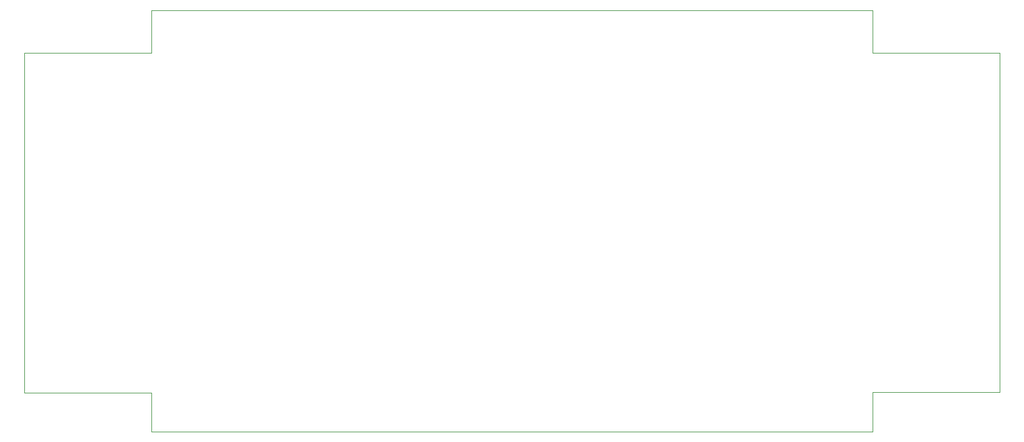
<source format=gbr>
%FSTAX23Y23*%
%MOIN*%
%SFA1B1*%

%IPPOS*%
%ADD124C,0.001000*%
%LNbrushed_pcb_profile-1*%
%LPD*%
G54D124*
X-02673Y-00932D02*
X-01976D01*
Y-01145*
X01976*
Y-0093*
X02068*
X02673*
Y0093*
X01976*
Y01162*
X-01976*
Y0093*
X-02673*
Y-00932*
M02*
</source>
